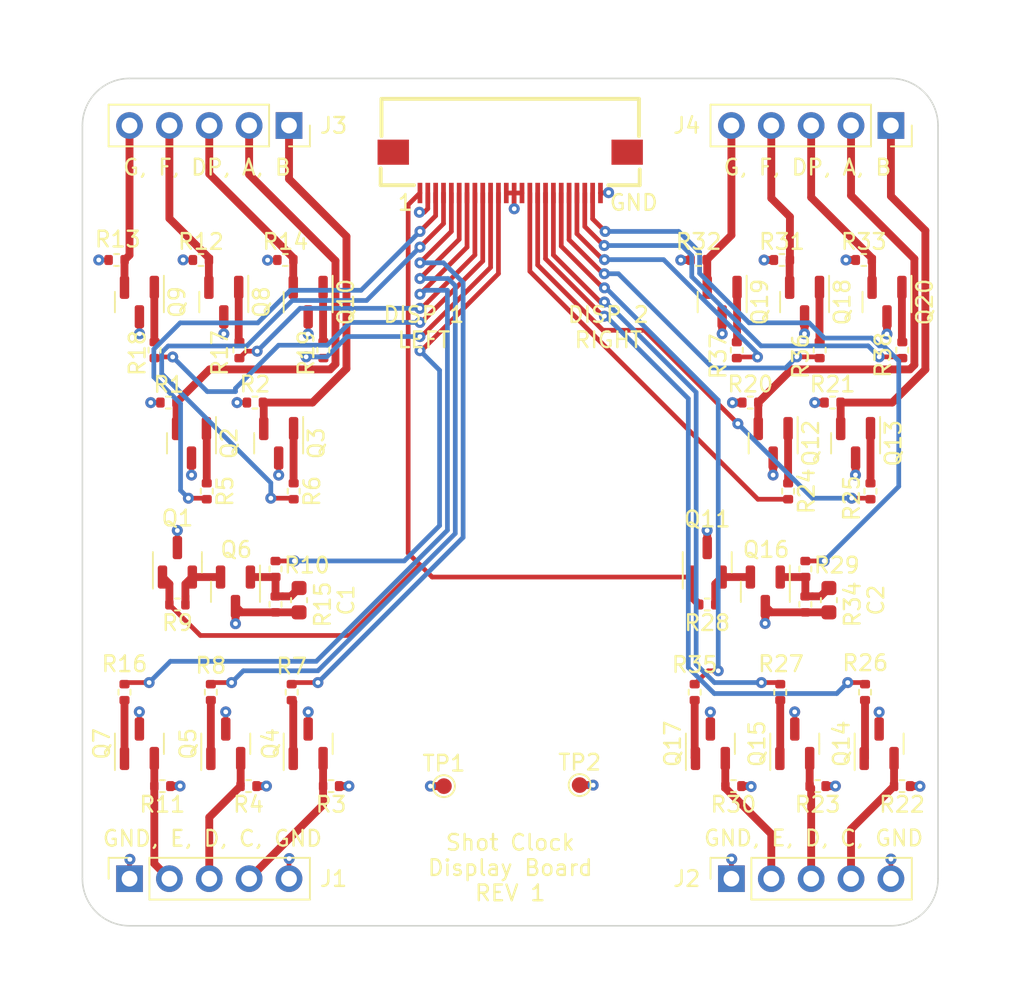
<source format=kicad_pcb>
(kicad_pcb (version 20221018) (generator pcbnew)
  (layers (0 "F.Cu" signal) (1 "In1.Cu" power "GND") (2 "In2.Cu" power "PWR") (31 "B.Cu" signal) (34 "B.Paste" user) (35 "F.Paste" user) (36 "B.SilkS" user "B.Silkscreen") (37 "F.SilkS" user "F.Silkscreen") (38 "B.Mask" user) (39 "F.Mask" user) (44 "Edge.Cuts" user))
  (net 0 "")
  (net 1 "+5V")
  (net 2 "GND")
  (net 3 "Net-(Q6-B)")
  (net 4 "/LED Driving Transistors/IN_DISP1_SEG_A")
  (net 5 "/LED Driving Transistors/IN_DISP1_SEG_B")
  (net 6 "/LED Driving Transistors/IN_DISP1_SEG_C")
  (net 7 "/LED Driving Transistors/IN_DISP1_SEG_D")
  (net 8 "/LED Driving Transistors/IN_DISP1_SEG_E")
  (net 9 "/LED Driving Transistors/IN_DISP1_SEG_F")
  (net 10 "/LED Driving Transistors/IN_DISP1_SEG_G")
  (net 11 "/LED Driving Transistors/IN_DISP1_SEG_DP")
  (net 12 "/LED Driving Transistors/IN_DISP2_SEG_A")
  (net 13 "/LED Driving Transistors/IN_DISP2_SEG_B")
  (net 14 "/LED Driving Transistors/IN_DISP2_SEG_C")
  (net 15 "/LED Driving Transistors/IN_DISP2_SEG_D")
  (net 16 "/LED Driving Transistors/IN_DISP2_SEG_E")
  (net 17 "/LED Driving Transistors/IN_DISP2_SEG_F")
  (net 18 "/LED Driving Transistors/IN_DISP2_SEG_G")
  (net 19 "/LED Driving Transistors/IN_DISP2_SEG_DP")
  (net 20 "/LED Driving Transistors/TIM2_CH1_PWM1_SEG")
  (net 21 "/LED Driving Transistors/TIM2_CH2_PWM2_SEG")
  (net 22 "/LED Driving Transistors/OUT_DISP1_SEG_A")
  (net 23 "Net-(Q4-B)")
  (net 24 "/LED Driving Transistors/PWM1_5V")
  (net 25 "/LED Driving Transistors/OUT_DISP2_SEG_E")
  (net 26 "/LED Driving Transistors/OUT_DISP1_SEG_D")
  (net 27 "/LED Driving Transistors/OUT_DISP1_SEG_C")
  (net 28 "/LED Driving Transistors/OUT_DISP1_SEG_B")
  (net 29 "/LED Driving Transistors/OUT_DISP1_SEG_DP")
  (net 30 "/LED Driving Transistors/OUT_DISP1_SEG_F")
  (net 31 "/LED Driving Transistors/OUT_DISP1_SEG_G")
  (net 32 "/LED Driving Transistors/OUT_DISP1_SEG_E")
  (net 33 "/LED Driving Transistors/OUT_DISP2_SEG_D")
  (net 34 "/LED Driving Transistors/OUT_DISP2_SEG_C")
  (net 35 "/LED Driving Transistors/OUT_DISP2_SEG_B")
  (net 36 "/LED Driving Transistors/OUT_DISP2_SEG_A")
  (net 37 "/LED Driving Transistors/OUT_DISP2_SEG_DP")
  (net 38 "/LED Driving Transistors/OUT_DISP2_SEG_F")
  (net 39 "/LED Driving Transistors/OUT_DISP2_SEG_G")
  (net 40 "Net-(Q2-B)")
  (net 41 "Net-(Q3-B)")
  (net 42 "Net-(Q7-B)")
  (net 43 "Net-(Q8-B)")
  (net 44 "Net-(Q9-B)")
  (net 45 "Net-(Q10-B)")
  (net 46 "/LED Driving Transistors/PWM2_5V")
  (net 47 "Net-(Q13-B)")
  (net 48 "Net-(Q14-B)")
  (net 50 "Net-(Q16-B)")
  (net 51 "Net-(Q17-B)")
  (net 52 "Net-(Q18-B)")
  (net 53 "Net-(Q19-B)")
  (net 54 "Net-(Q20-B)")
  (net 56 "Net-(Q12-B)")
  (net 57 "Net-(Q1-G)")
  (net 58 "Net-(Q5-B)")
  (net 59 "Net-(Q11-G)")
  (net 60 "Net-(Q15-B)")
  (footprint "Package_TO_SOT_SMD:SOT-23" (layer "F.Cu") (at 34.38 67.4005 90)
    (fp_text reference "Q5")
    (fp_text value "Q_NPN_BCE")
  )
  (footprint "Package_TO_SOT_SMD:SOT-23" (layer "F.Cu") (at 37.75 48.25 -90)
    (fp_text reference "Q3")
    (fp_text value "Q_NPN_BCE")
  )
  (footprint "Package_TO_SOT_SMD:SOT-23" (layer "F.Cu") (at 28.88 67.4005 90)
    (fp_text reference "Q7")
    (fp_text value "Q_NPN_BCE")
  )
  (footprint "Resistor_SMD:R_0402_1005Metric" (layer "F.Cu") (at 69.7 64.113 90)
    (fp_text reference "R27")
    (fp_text value "10k")
  )
  (footprint "Resistor_SMD:R_0402_1005Metric" (layer "F.Cu") (at 27.428686 36.569017)
    (fp_text reference "R13")
    (fp_text value "100R")
  )
  (footprint "Resistor_SMD:R_0402_1005Metric" (layer "F.Cu") (at 36.239189 45.655595)
    (fp_text reference "R2")
    (fp_text value "100R")
  )
  (footprint "Resistor_SMD:R_0402_1005Metric" (layer "F.Cu") (at 64.5 36.569017)
    (fp_text reference "R32")
    (fp_text value "100R")
  )
  (footprint "Resistor_SMD:R_0402_1005Metric" (layer "F.Cu") (at 72.210703 42.312812 -90)
    (fp_text reference "R36")
    (fp_text value "10k")
  )
  (footprint "Resistor_SMD:R_0402_1005Metric" (layer "F.Cu") (at 67.793489 45.655595)
    (fp_text reference "R20")
    (fp_text value "100R")
  )
  (footprint "Resistor_SMD:R_0402_1005Metric" (layer "F.Cu") (at 66.933818 42.312812 -90)
    (fp_text reference "R37")
    (fp_text value "10k")
  )
  (footprint "Resistor_SMD:R_0402_1005Metric" (layer "F.Cu") (at 75.1 64.113 90)
    (fp_text reference "R26")
    (fp_text value "10k")
  )
  (footprint "Resistor_SMD:R_0402_1005Metric" (layer "F.Cu") (at 71.3 56.265 90)
    (fp_text reference "R29")
    (fp_text value "1k")
  )
  (footprint "Resistor_SMD:R_0402_1005Metric" (layer "F.Cu") (at 75.447732 51.306124 -90)
    (fp_text reference "R25")
    (fp_text value "10k")
  )
  (footprint "Package_TO_SOT_SMD:SOT-23" (layer "F.Cu") (at 76 67.4005 90)
    (fp_text reference "Q14")
    (fp_text value "Q_NPN_BCE")
  )
  (footprint "Resistor_SMD:R_0402_1005Metric" (layer "F.Cu") (at 32.79969 36.569017)
    (fp_text reference "R12")
    (fp_text value "100R")
  )
  (footprint "Capacitor_SMD:C_0603_1608Metric" (layer "F.Cu") (at 39.05 58.25 -90)
    (fp_text reference "C1")
    (fp_text value "10n")
  )
  (footprint "Connector_PinSocket_2.54mm:PinSocket_1x05_P2.54mm_Vertical" (layer "F.Cu") (at 28.25 76 90)
    (fp_text reference "J1")
    (fp_text value "Conn_01x05_Socket")
  )
  (footprint "Package_TO_SOT_SMD:SOT-23" (layer "F.Cu") (at 68.75 57.7125 -90)
    (fp_text reference "Q16")
    (fp_text value "Q_NPN_BCE")
  )
  (footprint "Package_TO_SOT_SMD:SOT-23" (layer "F.Cu") (at 31.3 55.8375 90)
    (fp_text reference "Q1")
    (fp_text value "Q_PMOS_SGD")
  )
  (footprint "Resistor_SMD:R_0402_1005Metric" (layer "F.Cu") (at 41.09 70.098932 180)
    (fp_text reference "R3")
    (fp_text value "100R")
  )
  (footprint "Resistor_SMD:R_0402_1005Metric" (layer "F.Cu") (at 69.806855 36.569017)
    (fp_text reference "R31")
    (fp_text value "100R")
  )
  (footprint "Connector_PinSocket_2.54mm:PinSocket_1x05_P2.54mm_Vertical" (layer "F.Cu") (at 28.25 28 -90)
    (fp_text reference "J3")
    (fp_text value "Conn_01x05_Socket")
  )
  (footprint "Resistor_SMD:R_0402_1005Metric" (layer "F.Cu") (at 38.58 64.113 90)
    (fp_text reference "R7")
    (fp_text value "10k")
  )
  (footprint "Package_TO_SOT_SMD:SOT-23" (layer "F.Cu") (at 39.63 39.25 -90)
    (fp_text reference "Q10")
    (fp_text value "Q_NPN_BCE")
  )
  (footprint "Resistor_SMD:R_0402_1005Metric" (layer "F.Cu") (at 30.34 70.098932 180)
    (fp_text reference "R11")
    (fp_text value "100R")
  )
  (footprint "Package_TO_SOT_SMD:SOT-23" (layer "F.Cu") (at 71.25 39.25 -90)
    (fp_text reference "Q18")
    (fp_text value "Q_NPN_BCE")
  )
  (footprint "TestPoint:TestPoint_Pad_D1.0mm" (layer "F.Cu") (at 56.924055 70.033248)
    (fp_text reference "TP2")
    (fp_text value "TestPoint")
  )
  (footprint "Resistor_SMD:R_0402_1005Metric" (layer "F.Cu") (at 31.3 58.525 180)
    (fp_text reference "R9")
    (fp_text value "100k")
  )
  (footprint "Resistor_SMD:R_0402_1005Metric" (layer "F.Cu") (at 35.83 70.098932 180)
    (fp_text reference "R4")
    (fp_text value "100R")
  )
  (footprint "Package_TO_SOT_SMD:SOT-23" (layer "F.Cu") (at 69.25 48.25 -90)
    (fp_text reference "Q12")
    (fp_text value "Q_NPN_BCE")
  )
  (footprint "Resistor_SMD:R_0402_1005Metric" (layer "F.Cu") (at 38.706209 51.306124 -90)
    (fp_text reference "R6")
    (fp_text value "10k")
  )
  (footprint "Resistor_SMD:R_0402_1005Metric" (layer "F.Cu") (at 30.727513 45.655595)
    (fp_text reference "R1")
    (fp_text value "100R")
  )
  (footprint "Resistor_SMD:R_0402_1005Metric" (layer "F.Cu") (at 77.458824 70.098932 180)
    (fp_text reference "R22")
    (fp_text value "100R")
  )
  (footprint "Resistor_SMD:R_0402_1005Metric" (layer "F.Cu") (at 77.474333 42.312812 -90)
    (fp_text reference "R38")
    (fp_text value "10k")
  )
  (footprint "Capacitor_SMD:C_0603_1608Metric" (layer "F.Cu") (at 72.8 58.25 -90)
    (fp_text reference "C2")
    (fp_text value "10n")
  )
  (footprint "Resistor_SMD:R_0402_1005Metric" (layer "F.Cu") (at 35.25 42.312812 -90)
    (fp_text reference "R17")
    (fp_text value "10k")
  )
  (footprint "Resistor_SMD:R_0402_1005Metric" (layer "F.Cu") (at 64.25 64.113 90)
    (fp_text reference "R35")
    (fp_text value "10k")
  )
  (footprint "Package_TO_SOT_SMD:SOT-23" (layer "F.Cu") (at 39.63 67.4005 90)
    (fp_text reference "Q4")
    (fp_text value "Q_NPN_BCE")
  )
  (footprint "Package_TO_SOT_SMD:SOT-23" (layer "F.Cu") (at 65.05 55.8375 90)
    (fp_text reference "Q11")
    (fp_text value "Q_PMOS_SGD")
  )
  (footprint "AFC01-S24FCA-00:FPC-SMD_P0.50-24P_FGS-XJ-H2.0" (layer "F.Cu") (at 52.5 31)
    (fp_text reference "FPC1" hide)
    (fp_text value "AFC01-S24FCA-00")
  )
  (footprint "Package_TO_SOT_SMD:SOT-23" (layer "F.Cu") (at 34.255 39.25 -90)
    (fp_text reference "Q8")
    (fp_text value "Q_NPN_BCE")
  )
  (footprint "Connector_PinSocket_2.54mm:PinSocket_1x05_P2.54mm_Vertical" (layer "F.Cu") (at 76.75 76 90)
    (fp_text reference "J2")
    (fp_text value "Conn_01x05_Socket")
  )
  (footprint "Resistor_SMD:R_0402_1005Metric" (layer "F.Cu") (at 65.05 58.525 180)
    (fp_text reference "R28")
    (fp_text value "100k")
  )
  (footprint "Resistor_SMD:R_0402_1005Metric" (layer "F.Cu") (at 38.177967 36.569017)
    (fp_text reference "R14")
    (fp_text value "100R")
  )
  (footprint "Resistor_SMD:R_0402_1005Metric" (layer "F.Cu") (at 40.599251 42.312812 -90)
    (fp_text reference "R19")
    (fp_text value "10k")
  )
  (footprint "Resistor_SMD:R_0402_1005Metric" (layer "F.Cu") (at 33.43 64.113 90)
    (fp_text reference "R8")
    (fp_text value "10k")
  )
  (footprint "Resistor_SMD:R_0402_1005Metric" (layer "F.Cu") (at 72.081109 70.098932 180)
    (fp_text reference "R23")
    (fp_text value "100R")
  )
  (footprint "Resistor_SMD:R_0402_1005Metric" (layer "F.Cu") (at 73.033214 45.655595)
    (fp_text reference "R21")
    (fp_text value "100R")
  )
  (footprint "Resistor_SMD:R_0402_1005Metric" (layer "F.Cu") (at 70.202797 51.306124 -90)
    (fp_text reference "R24")
    (fp_text value "10k")
  )
  (footprint "Package_TO_SOT_SMD:SOT-23" (layer "F.Cu") (at 35 57.7125 -90)
    (fp_text reference "Q6")
    (fp_text value "Q_NPN_BCE")
  )
  (footprint "Resistor_SMD:R_0402_1005Metric" (layer "F.Cu") (at 71.3 58.515 90)
    (fp_text reference "R34")
    (fp_text value "10k")
  )
  (footprint "Package_TO_SOT_SMD:SOT-23" (layer "F.Cu") (at 66 39.25 -90)
    (fp_text reference "Q19")
    (fp_text value "Q_NPN_BCE")
  )
  (footprint "Package_TO_SOT_SMD:SOT-23" (layer "F.Cu") (at 70.625 67.4005 90)
    (fp_text reference "Q15")
    (fp_text value "Q_NPN_BCE")
  )
  (footprint "Connector_PinSocket_2.54mm:PinSocket_1x05_P2.54mm_Vertical" (layer "F.Cu") (at 76.75 28 -90)
    (fp_text reference "J4")
    (fp_text value "Conn_01x05_Socket")
  )
  (footprint "Package_TO_SOT_SMD:SOT-23" (layer "F.Cu") (at 28.88 39.25 -90)
    (fp_text reference "Q9")
    (fp_text value "Q_NPN_BCE")
  )
  (footprint "Package_TO_SOT_SMD:SOT-23" (layer "F.Cu") (at 32.197966 48.25 -90)
    (fp_text reference "Q2")
    (fp_text value "Q_NPN_BCE")
  )
  (footprint "Package_TO_SOT_SMD:SOT-23" (layer "F.Cu") (at 65.25 67.4005 90)
    (fp_text reference "Q17")
    (fp_text value "Q_NPN_BCE")
  )
  (footprint "TestPoint:TestPoint_Pad_D1.0mm" (layer "F.Cu") (at 48.277478 70.100632)
    (fp_text reference "TP1")
    (fp_text value "TestPoint")
  )
  (footprint "Resistor_SMD:R_0402_1005Metric" (layer "F.Cu") (at 29.845506 42.312812 -90)
    (fp_text reference "R18")
    (fp_text value "10k")
  )
  (footprint "Resistor_SMD:R_0402_1005Metric" (layer "F.Cu") (at 75.022692 36.569017)
    (fp_text reference "R33")
    (fp_text value "100R")
  )
  (footprint "Resistor_SMD:R_0402_1005Metric" (layer "F.Cu") (at 37.55 58.515 90)
    (fp_text reference "R15")
    (fp_text value "10k")
  )
  (footprint "Resistor_SMD:R_0402_1005Metric" (layer "F.Cu") (at 33.168955 51.306124 -90)
    (fp_text reference "R5")
    (fp_text value "10k")
  )
  (footprint "Package_TO_SOT_SMD:SOT-23" (layer "F.Cu") (at 74.5 48.25 -90)
    (fp_text reference "Q13")
    (fp_text value "Q_NPN_BCE")
  )
  (footprint "Package_TO_SOT_SMD:SOT-23" (layer "F.Cu") (at 76.5 39.25 -90)
    (fp_text reference "Q20")
    (fp_text value "Q_NPN_BCE")
  )
  (footprint "Resistor_SMD:R_0402_1005Metric" (layer "F.Cu") (at 37.55 56.265 90)
    (fp_text reference "R10")
    (fp_text value "1k")
  )
  (footprint "Resistor_SMD:R_0402_1005Metric" (layer "F.Cu") (at 27.93 64.113 90)
    (fp_text reference "R16")
    (fp_text value "10k")
  )
  (footprint "Resistor_SMD:R_0402_1005Metric" (layer "F.Cu") (at 66.717934 70.098932 180)
    (fp_text reference "R30")
    (fp_text value "100R")
  )
  (gr_arc (start 28.25 79) (mid 26.12868 78.12132) (end 25.25 76) (stroke (width 0.1)) (layer "Edge.Cuts"))
  (gr_line (start 25.25 76) (end 25.25 28) (stroke (width 0.1)) (layer "Edge.Cuts"))
  (gr_arc (start 79.75 76) (mid 78.87132 78.12132) (end 76.75 79) (stroke (width 0.1)) (layer "Edge.Cuts"))
  (gr_line (start 79.75 28) (end 79.75 76) (stroke (width 0.1)) (layer "Edge.Cuts"))
  (gr_line (start 76.75 79) (end 28.25 79) (stroke (width 0.1)) (layer "Edge.Cuts"))
  (gr_line (start 28.25 25) (end 76.75 25) (stroke (width 0.1)) (layer "Edge.Cuts"))
  (gr_arc (start 76.75 25) (mid 78.87132 25.87868) (end 79.75 28) (stroke (width 0.1)) (layer "Edge.Cuts"))
  (gr_arc (start 25.25 28) (mid 26.12868 25.87868) (end 28.25 25) (stroke (width 0.1)) (layer "Edge.Cuts"))
  (gr_text "1" (at 45.25 33.5) (layer "F.SilkS") (effects (font (size 1 1)) (justify left bottom)))
  (gr_text "GND, E, D, C, GND" (at 64.75 74) (layer "F.SilkS") (effects (font (size 1 1)) (justify left bottom)))
  (gr_text "GND" (at 58.75 33.5) (layer "F.SilkS") (effects (font (size 1 1)) (justify left bottom)))
  (gr_text "DISP 2\nRIGHT" (at 58.75 42.25) (layer "F.SilkS") (effects (font (size 1 1)) (justify bottom)))
  (gr_text "DISP 1\nLEFT" (at 47 42.25) (layer "F.SilkS") (effects (font (size 1 1)) (justify bottom)))
  (gr_text "Shot Clock\nDisplay Board\nREV 1" (at 52.5 77.5) (layer "F.SilkS") (effects (font (size 1 1)) (justify bottom)))
  (gr_text "GND, E, D, C, GND" (at 26.456394 74.021802) (layer "F.SilkS") (effects (font (size 1 1)) (justify left bottom)))
  (gr_text "G, F, DP, A, B" (at 66 31.25) (layer "F.SilkS") (effects (font (size 1 1)) (justify left bottom)))
  (gr_text "G, F, DP, A, B" (at 27.75 31.25) (layer "F.SilkS") (effects (font (size 1 1)) (justify left bottom)))
  (segment (start 46.75 32.3) (end 46 33.05) (width 0.3) (layer "F.Cu") (net 1))
  (segment (start 64.1 58.085) (end 64.54 58.525) (width 0.5) (layer "F.Cu") (net 1))
  (segment (start 30.79 58.525) (end 30.79 57.215) (width 0.5) (layer "F.Cu") (net 1))
  (segment (start 42.25 60.5) (end 32.765 60.5) (width 0.3) (layer "F.Cu") (net 1))
  (segment (start 64.1 56.775) (end 47.525 56.775) (width 0.3) (layer "F.Cu") (net 1))
  (segment (start 32.765 60.5) (end 30.79 58.525) (width 0.3) (layer "F.Cu") (net 1))
  (segment (start 30.79 57.215) (end 30.35 56.775) (width 0.5) (layer "F.Cu") (net 1))
  (segment (start 46 55.25) (end 46.75 56) (width 0.3) (layer "F.Cu") (net 1))
  (segment (start 46 33.05) (end 46 55.25) (width 0.3) (layer "F.Cu") (net 1))
  (segment (start 47.525 56.775) (end 46.75 56) (width 0.3) (layer "F.Cu") (net 1))
  (segment (start 64.1 56.775) (end 64.1 58.085) (width 0.5) (layer "F.Cu") (net 1))
  (segment (start 46.75 56) (end 42.25 60.5) (width 0.3) (layer "F.Cu") (net 1))
  (segment (start 70.625 66.463) (end 70.625 65.371999) (width 0.3) (layer "F.Cu") (net 2))
  (segment (start 52.75 33.298827) (end 52.75569 33.304517) (width 0.3) (layer "F.Cu") (net 2))
  (segment (start 70.625 65.371999) (end 70.621011 65.36801) (width 0.3) (layer "F.Cu") (net 2))
  (segment (start 37.75 50.277658) (end 37.750796 50.278454) (width 0.3) (layer "F.Cu") (net 2))
  (segment (start 52.25 32.3) (end 53.25 32.3) (width 0.3) (layer "F.Cu") (net 2))
  (segment (start 68.75 59.718693) (end 68.73699 59.731703) (width 0.5) (layer "F.Cu") (net 2))
  (segment (start 35 58.65) (end 35 59.75) (width 0.5) (layer "F.Cu") (net 2))
  (segment (start 58.25 32.3) (end 58.743135 32.3) (width 0.3) (layer "F.Cu") (net 2))
  (segment (start 28.88 66.463) (end 28.88 65.368467) (width 0.3) (layer "F.Cu") (net 2))
  (segment (start 34.255 41.275485) (end 34.257172 41.277657) (width 0.3) (layer "F.Cu") (net 2))
  (segment (start 69.25 50.269463) (end 69.245106 50.274357) (width 0.5) (layer "F.Cu") (net 2))
  (segment (start 34.38 65.369278) (end 34.378988 65.368266) (width 0.3) (layer "F.Cu") (net 2))
  (segment (start 35 58.65) (end 35.375 59.025) (width 0.5) (layer "F.Cu") (net 2))
  (segment (start 71.25 40.1875) (end 71.25 41.270142) (width 0.5) (layer "F.Cu") (net 2))
  (segment (start 28.88 40.1875) (end 28.88 41.266979) (width 0.3) (layer "F.Cu") (net 2))
  (segment (start 74.5 50.260758) (end 74.492092 50.268666) (width 0.5) (layer "F.Cu") (net 2))
  (segment (start 74.5 49.1875) (end 74.5 50.260758) (width 0.5) (layer "F.Cu") (net 2))
  (segment (start 76.5 41.28534) (end 76.498236 41.287104) (width 0.5) (layer "F.Cu") (net 2))
  (segment (start 39.63 41.282706) (end 39.629358 41.283348) (width 0.3) (layer "F.Cu") (net 2))
  (segment (start 76.5 40.1875) (end 76.5 41.28534) (width 0.5) (layer "F.Cu") (net 2))
  (segment (start 38.41 74.725942) (end 38.419928 74.716014) (width 0.3) (layer "F.Cu") (net 2))
  (segment (start 28.88 65.368467) (end 28.87535 65.363817) (width 0.3) (layer "F.Cu") (net 2))
  (segment (start 69.125 59.025) (end 71.3 59.025) (width 0.5) (layer "F.Cu") (net 2))
  (segment (start 38.41 76) (end 38.41 74.725942) (width 0.3) (layer "F.Cu") (net 2))
  (segment (start 39.63 40.1875) (end 39.63 41.282706) (width 0.3) (layer "F.Cu") (net 2))
  (segment (start 47.25 33.3) (end 47.023972 33.526028) (width 0.3) (layer "F.Cu") (net 2))
  (segment (start 68.75 58.65) (end 69.125 59.025) (width 0.5) (layer "F.Cu") (net 2))
  (segment (start 66.59 76) (end 66.59 74.767237) (width 0.3) (layer "F.Cu") (net 2))
  (segment (start 69.25 49.1875) (end 69.25 50.269463) (width 0.5) (layer "F.Cu") (net 2))
  (segment (start 71.25 41.270142) (end 71.246697 41.273445) (width 0.5) (layer "F.Cu") (net 2))
  (segment (start 34.38 66.463) (end 34.38 65.369278) (width 0.3) (layer "F.Cu") (net 2))
  (segment (start 37.75 49.1875) (end 37.75 50.277658) (width 0.3) (layer "F.Cu") (net 2))
  (segment (start 68.75 58.65) (end 68.75 59.718693) (width 0.5) (layer "F.Cu") (net 2))
  (segment (start 52.75 32.3) (end 52.75 33.298827) (width 0.3) (layer "F.Cu") (net 2))
  (segment (start 39.63 66.463) (end 39.63 65.372999) (width 0.3) (layer "F.Cu") (net 2))
  (segment (start 28.25 76) (end 28.25 74.792183) (width 0.3) (layer "F.Cu") (net 2))
  (segment (start 66.59 74.767237) (end 66.608392 74.748845) (width 0.3) (layer "F.Cu") (net 2))
  (segment (start 28.25 74.792183) (end 28.275191 74.766992) (width 0.3) (layer "F.Cu") (net 2))
  (segment (start 76 66.463) (end 76 65.380415) (width 0.3) (layer "F.Cu") (net 2))
  (segment (start 39.63 65.372999) (end 39.632244 65.370755) (width 0.3) (layer "F.Cu") (net 2))
  (segment (start 47.25 32.3) (end 47.25 33.3) (width 0.3) (layer "F.Cu") (net 2))
  (segment (start 32.197966 49.1875) (end 32.197966 50.274226) (width 0.3) (layer "F.Cu") (net 2))
  (segment (start 32.197966 50.274226) (end 32.202194 50.278454) (width 0.3) (layer "F.Cu") (net 2))
  (segment (start 34.255 40.1875) (end 34.255 41.275485) (width 0.3) (layer "F.Cu") (net 2))
  (segment (start 65.25 66.463) (end 65.25 65.380416) (width 0.3) (layer "F.Cu") (net 2))
  (segment (start 66 41.265367) (end 66.00381 41.269177) (width 0.5) (layer "F.Cu") (net 2))
  (segment (start 65.25 65.380416) (end 65.247072 65.377488) (width 0.3) (layer "F.Cu") (net 2))
  (segment (start 47.023972 33.526028) (end 46.714396 33.526028) (width 0.3) (layer "F.Cu") (net 2))
  (segment (start 37.55 59.025) (end 39.05 59.025) (width 0.5) (layer "F.Cu") (net 2))
  (segment (start 35.375 59.025) (end 37.55 59.025) (width 0.5) (layer "F.Cu") (net 2))
  (segment (start 58.25 32.3) (end 58.55 32.3) (width 0.3) (layer "F.Cu") (net 2))
  (segment (start 72.8 59.025) (end 71.3 59.025) (width 0.5) (layer "F.Cu") (net 2))
  (segment (start 58.743135 32.3) (end 58.767072 32.276063) (width 0.3) (layer "F.Cu") (net 2))
  (segment (start 76.75 76) (end 76.75 74.75) (width 0.3) (layer "F.Cu") (net 2))
  (segment (start 66 40.1875) (end 66 41.265367) (width 0.5) (layer "F.Cu") (net 2))
  (segment (start 28.88 41.266979) (end 28.884987 41.271966) (width 0.3) (layer "F.Cu") (net 2))
  (via (at 70.621011 65.36801) (size 0.7) (drill 0.3) (layers "F.Cu" "B.Cu") (net 2))
  (via (at 34.257172 41.277657) (size 0.7) (drill 0.3) (layers "F.Cu" "B.Cu") (net 2))
  (via (at 74.492092 50.268666) (size 0.7) (drill 0.3) (layers "F.Cu" "B.Cu") (net 2))
  (via (at 52.75569 33.304517) (size 0.7) (drill 0.3) (layers "F.Cu" "B.Cu") (net 2))
  (via (at 39.629358 41.283348) (size 0.7) (drill 0.3) (layers "F.Cu" "B.Cu") (net 2))
  (via (at 58.767072 32.276063) (size 0.7) (drill 0.3) (layers "F.Cu" "B.Cu") (net 2))
  (via (at 28.884987 41.271966) (size 0.7) (drill 0.3) (layers "F.Cu" "B.Cu") (net 2))
  (via (at 46.714396 33.526028) (size 0.7) (drill 0.3) (layers "F.Cu" "B.Cu") (net 2))
  (via (at 35 59.75) (size 0.7) (drill 0.3) (layers "F.Cu" "B.Cu") (net 2))
  (via (at 32.202194 50.278454) (size 0.7) (drill 0.3) (layers "F.Cu" "B.Cu") (net 2))
  (via (at 39.632244 65.370755) (size 0.7) (drill 0.3) (layers "F.Cu" "B.Cu") (net 2))
  (via (at 28.87535 65.363817) (size 0.7) (drill 0.3) (layers "F.Cu" "B.Cu") (net 2))
  (via (at 37.750796 50.278454) (size 0.7) (drill 0.3) (layers "F.Cu" "B.Cu") (net 2))
  (via (at 66.608392 74.748845) (size 0.7) (drill 0.3) (layers "F.Cu" "B.Cu") (net 2))
  (via (at 65.247072 65.377488) (size 0.7) (drill 0.3) (layers "F.Cu" "B.Cu") (net 2))
  (via (at 76.75 74.75) (size 0.7) (drill 0.3) (layers "F.Cu" "B.Cu") (net 2))
  (via (at 76 65.380415) (size 0.7) (drill 0.3) (layers "F.Cu" "B.Cu") (net 2))
  (via (at 68.73699 59.731703) (size 0.7) (drill 0.3) (layers "F.Cu" "B.Cu") (net 2))
  (via (at 71.246697 41.273445) (size 0.7) (drill 0.3) (layers "F.Cu" "B.Cu") (net 2))
  (via (at 66.00381 41.269177) (size 0.7) (drill 0.3) (layers "F.Cu" "B.Cu") (net 2))
  (via (at 38.419928 74.716014) (size 0.7) (drill 0.3) (layers "F.Cu" "B.Cu") (net 2))
  (via (at 69.245106 50.274357) (size 0.7) (drill 0.3) (layers "F.Cu" "B.Cu") (net 2))
  (via (at 28.275191 74.766992) (size 0.7) (drill 0.3) (layers "F.Cu" "B.Cu") (net 2))
  (via (at 34.378988 65.368266) (size 0.7) (drill 0.3) (layers "F.Cu" "B.Cu") (net 2))
  (via (at 76.498236 41.287104) (size 0.7) (drill 0.3) (layers "F.Cu" "B.Cu") (net 2))
  (segment (start 38.52 58.005) (end 38 58.005) (width 0.5) (layer "F.Cu") (net 3))
  (segment (start 37.55 56.775) (end 37.55 58.005) (width 0.5) (layer "F.Cu") (net 3))
  (segment (start 37.55 56.775) (end 35.95 56.775) (width 0.5) (layer "F.Cu") (net 3))
  (segment (start 39.05 57.475) (end 38.52 58.005) (width 0.5) (layer "F.Cu") (net 3))
  (segment (start 37.55 58.005) (end 38 58.005) (width 0.5) (layer "F.Cu") (net 3))
  (segment (start 33.102831 51.75) (end 33.168955 51.816124) (width 0.3) (layer "F.Cu") (net 4))
  (segment (start 47.75 32.3) (end 47.75 33.75) (width 0.3) (layer "F.Cu") (net 4))
  (segment (start 32 51.75) (end 33.102831 51.75) (width 0.3) (layer "F.Cu") (net 4))
  (segment (start 47.75 33.75) (end 46.75 34.75) (width 0.3) (layer "F.Cu") (net 4))
  (via (at 32 51.75) (size 0.7) (drill 0.3) (layers "F.Cu" "B.Cu") (net 4))
  (via (at 46.75 34.75) (size 0.7) (drill 0.3) (layers "F.Cu" "B.Cu") (net 4))
  (segment (start 29.8 42.252944) (end 29.8 44.024715) (width 0.3) (layer "B.Cu") (net 4))
  (segment (start 29.8 44.024715) (end 31.502194 45.726909) (width 0.3) (layer "B.Cu") (net 4))
  (segment (start 36.422343 40.577657) (end 31.475287 40.577657) (width 0.3) (layer "B.Cu") (net 4))
  (segment (start 31.502194 45.726909) (end 31.502194 51.252194) (width 0.3) (layer "B.Cu") (net 4))
  (segment (start 31.475287 40.577657) (end 29.8 42.252944) (width 0.3) (layer "B.Cu") (net 4))
  (segment (start 43 38.5) (end 38.5 38.5) (width 0.3) (layer "B.Cu") (net 4))
  (segment (start 46.75 34.75) (end 43 38.5) (width 0.3) (layer "B.Cu") (net 4))
  (segment (start 38.5 38.5) (end 36.422343 40.577657) (width 0.3) (layer "B.Cu") (net 4))
  (segment (start 31.502194 51.252194) (end 32 51.75) (width 0.3) (layer "B.Cu") (net 4))
  (segment (start 38.640085 51.75) (end 38.706209 51.816124) (width 0.3) (layer "F.Cu") (net 5))
  (segment (start 48.25 34.25) (end 46.75 35.75) (width 0.3) (layer "F.Cu") (net 5))
  (segment (start 48.25 32.3) (end 48.25 34.25) (width 0.3) (layer "F.Cu") (net 5))
  (segment (start 37.25 51.75) (end 38.640085 51.75) (width 0.3) (layer "F.Cu") (net 5))
  (via (at 37.25 51.75) (size 0.7) (drill 0.3) (layers "F.Cu" "B.Cu") (net 5))
  (via (at 46.75 35.75) (size 0.7) (drill 0.3) (layers "F.Cu" "B.Cu") (net 5))
  (segment (start 37.25 50.767608) (end 30.3 43.817608) (width 0.3) (layer "B.Cu") (net 5))
  (segment (start 37.25 51.75) (end 37.25 50.767608) (width 0.3) (layer "B.Cu") (net 5))
  (segment (start 30.71005 42.05) (end 35.720806 42.05) (width 0.3) (layer "B.Cu") (net 5))
  (segment (start 38.621303 39.149503) (end 43.350497 39.149503) (width 0.3) (layer "B.Cu") (net 5))
  (segment (start 43.350497 39.149503) (end 46.75 35.75) (width 0.3) (layer "B.Cu") (net 5))
  (segment (start 30.3 43.817608) (end 30.3 42.46005) (width 0.3) (layer "B.Cu") (net 5))
  (segment (start 35.720806 42.05) (end 38.621303 39.149503) (width 0.3) (layer "B.Cu") (net 5))
  (segment (start 30.3 42.46005) (end 30.71005 42.05) (width 0.3) (layer "B.Cu") (net 5))
  (segment (start 38.683 63.5) (end 38.58 63.603) (width 0.3) (layer "F.Cu") (net 6))
  (segment (start 48.75 34.75) (end 46.75 36.75) (width 0.3) (layer "F.Cu") (net 6))
  (segment (start 40.25 63.5) (end 38.683 63.5) (width 0.3) (layer "F.Cu") (net 6))
  (segment (start 48.75 32.3) (end 48.75 34.75) (width 0.3) (layer "F.Cu") (net 6))
  (via (at 40.25 63.5) (size 0.7) (drill 0.3) (layers "F.Cu" "B.Cu") (net 6))
  (via (at 46.75 36.75) (size 0.7) (drill 0.3) (layers "F.Cu" "B.Cu") (net 6))
  (segment (start 49.5 54.25) (end 40.25 63.5) (width 0.3) (layer "B.Cu") (net 6))
  (segment (start 49.5 38) (end 49.5 54.25) (width 0.3) (layer "B.Cu") (net 6))
  (segment (start 48.25 36.75) (end 49.5 38) (width 0.3) (layer "B.Cu") (net 6))
  (segment (start 46.75 36.75) (end 48.25 36.75) (width 0.3) (layer "B.Cu") (net 6))
  (segment (start 34.75 63.5) (end 33.533 63.5) (width 0.3) (layer "F.Cu") (net 7))
  (segment (start 49.25 32.3) (end 49.25 35.25) (width 0.3) (layer "F.Cu") (net 7))
  (segment (start 33.533 63.5) (end 33.43 63.603) (width 0.3) (layer "F.Cu") (net 7))
  (segment (start 49.25 35.25) (end 46.75 37.75) (width 0.3) (layer "F.Cu") (net 7))
  (via (at 34.75 63.5) (size 0.7) (drill 0.3) (layers "F.Cu" "B.Cu") (net 7))
  (via (at 46.75 37.75) (size 0.7) (drill 0.3) (layers "F.Cu" "B.Cu") (net 7))
  (segment (start 40.25 62.75) (end 35.5 62.75) (width 0.3) (layer "B.Cu") (net 7))
  (segment (start 46.75 37.75) (end 48.542894 37.75) (width 0.3) (layer "B.Cu") (net 7))
  (segment (start 49 54) (end 40.25 62.75) (width 0.3) (layer "B.Cu") (net 7))
  (segment (start 35.5 62.75) (end 34.75 63.5) (width 0.3) (layer "B.Cu") (net 7))
  (segment (start 48.542894 37.75) (end 49 38.207106) (width 0.3) (layer "B.Cu") (net 7))
  (segment (start 49 38.207106) (end 49 54) (width 0.3) (layer "B.Cu") (net 7))
  (segment (start 49.75 32.3) (end 49.75 35.75) (width 0.3) (layer "F.Cu") (net 8))
  (segment (start 29.5 63.5) (end 28.033 63.5) (width 0.3) (layer "F.Cu") (net 8))
  (segment (start 28.033 63.5) (end 27.93 63.603) (width 0.3) (layer "F.Cu") (net 8))
  (segment (start 49.75 35.75) (end 46.75 38.75) (width 0.3) (layer "F.Cu") (net 8))
  (via (at 46.75 38.75) (size 0.7) (drill 0.3) (layers "F.Cu" "B.Cu") (net 8))
  (via (at 29.5 63.5) (size 0.7) (drill 0.3) (layers "F.Cu" "B.Cu") (net 8))
  (segment (start 47.090447 38.5) (end 48.5 38.5) (width 0.3) (layer "B.Cu") (net 8))
  (segment (start 46.840447 38.75) (end 47.090447 38.5) (width 0.3) (layer "B.Cu") (net 8))
  (segment (start 48.5 53.792894) (end 40.146447 62.146447) (width 0.3) (layer "B.Cu") (net 8))
  (segment (start 40.146447 62.146447) (end 30.853553 62.146447) (width 0.3) (layer "B.Cu") (net 8))
  (segment (start 30.853553 62.146447) (end 29.5 63.5) (width 0.3) (layer "B.Cu") (net 8))
  (segment (start 46.75 38.75) (end 46.840447 38.75) (width 0.3) (layer "B.Cu") (net 8))
  (segment (start 48.5 38.5) (end 48.5 53.792894) (width 0.3) (layer "B.Cu") (net 8))
  (segment (start 35.692434 42.380378) (end 35.25 42.822812) (width 0.3) (layer "F.Cu") (net 9))
  (segment (start 36.380378 42.380378) (end 35.692434 42.380378) (width 0.3) (layer "F.Cu") (net 9))
  (segment (start 50.25 32.3) (end 50.25 36.25) (width 0.3) (layer "F.Cu") (net 9))
  (segment (start 46.850497 39.649503) (end 46.75 39.649503) (width 0.3) (layer "F.Cu") (net 9))
  (segment (start 50.25 36.25) (end 46.850497 39.649503) (width 0.3) (layer "F.Cu") (net 9))
  (via (at 46.75 39.649503) (size 0.7) (drill 0.3) (layers "F.Cu" "B.Cu") (net 9))
  (via (at 36.380378 42.380378) (size 0.7) (drill 0.3) (layers "F.Cu" "B.Cu") (net 9))
  (segment (start 39.111253 39.649503) (end 36.380378 42.380378) (width 0.3) (layer "B.Cu") (net 9))
  (segment (start 46.75 39.649503) (end 39.111253 39.649503) (width 0.3) (layer "B.Cu") (net 9))
  (segment (start 50.75 32.3) (end 50.75 36.639453) (width 0.3) (layer "F.Cu") (net 10))
  (segment (start 50.75 36.639453) (end 46.840447 40.549006) (width 0.3) (layer "F.Cu") (net 10))
  (segment (start 46.840447 40.549006) (end 46.75 40.549006) (width 0.3) (layer "F.Cu") (net 10))
  (segment (start 31 42.75) (end 29.918318 42.75) (width 0.3) (layer "F.Cu") (net 10))
  (segment (start 29.918318 42.75) (end 29.845506 42.822812) (width 0.3) (layer "F.Cu") (net 10))
  (via (at 31 42.75) (size 0.7) (drill 0.3) (layers "F.Cu" "B.Cu") (net 10))
  (via (at 46.75 40.549006) (size 0.7) (drill 0.3) (layers "F.Cu" "B.Cu") (net 10))
  (segment (start 42.297018 40.549006) (end 40.846024 42) (width 0.3) (layer "B.Cu") (net 10))
  (segment (start 46.75 40.549006) (end 42.297018 40.549006) (width 0.3) (layer "B.Cu") (net 10))
  (segment (start 40.846024 42) (end 37.75 42) (width 0.3) (layer "B.Cu") (net 10))
  (segment (start 35 44.955588) (end 33.205588 44.955588) (width 0.3) (layer "B.Cu") (net 10))
  (segment (start 35 44.75) (end 35 44.955588) (width 0.3) (layer "B.Cu") (net 10))
  (segment (start 37.75 42) (end 35 44.75) (width 0.3) (layer "B.Cu") (net 10))
  (segment (start 33.205588 44.955588) (end 31 42.75) (width 0.3) (layer "B.Cu") (net 10))
  (segment (start 40.519751 42.743312) (end 40.599251 42.822812) (width 0.3) (layer "F.Cu") (net 11))
  (segment (start 46.840447 41.448509) (end 46.75 41.448509) (width 0.3) (layer "F.Cu") (net 11))
  (segment (start 51.25 37.038956) (end 46.840447 41.448509) (width 0.3) (layer "F.Cu") (net 11))
  (segment (start 51.25 32.3) (end 51.25 37.038956) (width 0.3) (layer "F.Cu") (net 11))
  (segment (start 39.5 42.743312) (end 40.519751 42.743312) (width 0.3) (layer "F.Cu") (net 11))
  (via (at 46.75 41.448509) (size 0.7) (drill 0.3) (layers "F.Cu" "B.Cu") (net 11))
  (via (at 39.5 42.743312) (size 0.7) (drill 0.3) (layers "F.Cu" "B.Cu") (net 11))
  (segment (start 46.75 41.448509) (end 42.104621 41.448509) (width 0.3) (layer "B.Cu") (net 11))
  (segment (start 42.104621 41.448509) (end 40.809818 42.743312) (width 0.3) (layer "B.Cu") (net 11))
  (segment (start 40.809818 42.743312) (end 39.5 42.743312) (width 0.3) (layer "B.Cu") (net 11))
  (segment (start 53.75 32.3) (end 53.75 37.288956) (width 0.3) (layer "F.Cu") (net 12))
  (segment (start 68.277168 51.816124) (end 70.202797 51.816124) (width 0.3) (layer "F.Cu") (net 12))
  (segment (start 53.75 37.288956) (end 68.277168 51.816124) (width 0.3) (layer "F.Cu") (net 12))
  (segment (start 61.049006 41.049006) (end 67 47) (width 0.3) (layer "F.Cu") (net 13))
  (segment (start 58.5 41.049006) (end 61.049006 41.049006) (width 0.3) (layer "F.Cu") (net 13))
  (segment (start 58.409553 41.049006) (end 58.5 41.049006) (width 0.3) (layer "F.Cu") (net 13))
  (segment (start 54.25 36.889453) (end 58.409553 41.049006) (width 0.3) (layer "F.Cu") (net 13))
  (segment (start 74.25 51.75) (end 75.381608 51.75) (width 0.3) (layer "F.Cu") (net 13))
  (segment (start 54.25 32.3) (end 54.25 36.889453) (width 0.3) (layer "F.Cu") (net 13))
  (segment (start 75.381608 51.75) (end 75.447732 51.816124) (width 0.3) (layer "F.Cu") (net 13))
  (via (at 67 47) (size 0.7) (drill 0.3) (layers "F.Cu" "B.Cu") (net 13))
  (via (at 74.25 51.75) (size 0.7) (drill 0.3) (layers "F.Cu" "B.Cu") (net 13))
  (segment (start 67 47) (end 71.75 51.75) (width 0.3) (layer "B.Cu") (net 13))
  (segment (start 71.75 51.75) (end 74.25 51.75) (width 0.3) (layer "B.Cu") (net 13))
  (segment (start 54.75 36.48995) (end 58.409553 40.149503) (width 0.3) (layer "F.Cu") (net 14))
  (segment (start 74.997 63.5) (end 75.1 63.603) (width 0.3) (layer "F.Cu") (net 14))
  (segment (start 54.75 32.3) (end 54.75 36.48995) (width 0.3) (layer "F.Cu") (net 14))
  (segment (start 58.409553 40.149503) (end 58.5 40.149503) (width 0.3) (layer "F.Cu") (net 14))
  (segment (start 74 63.5) (end 74.997 63.5) (width 0.3) (layer "F.Cu") (net 14))
  (via (at 58.5 40.149503) (size 0.7) (drill 0.3) (layers "F.Cu" "B.Cu") (net 14))
  (via (at 74 63.5) (size 0.7) (drill 0.3) (layers "F.Cu" "B.Cu") (net 14))
  (segment (start 65.502944 64.2) (end 73.3 64.2) (width 0.3) (layer "B.Cu") (net 14))
  (segment (start 63.843453 45.402509) (end 63.843453 62.540509) (width 0.3) (layer "B.Cu") (net 14))
  (segment (start 63.843453 62.540509) (end 65.502944 64.2) (width 0.3) (layer "B.Cu") (net 14))
  (segment (start 58.5 40.149503) (end 58.590447 40.149503) (width 0.3) (layer "B.Cu") (net 14))
  (segment (start 58.590447 40.149503) (end 63.843453 45.402509) (width 0.3) (layer "B.Cu") (net 14))
  (segment (start 73.3 64.2) (end 74 63.5) (width 0.3) (layer "B.Cu") (net 14))
  (segment (start 55.25 36.25) (end 58.25 39.25) (width 0.3) (layer "F.Cu") (net 15))
  (segment (start 69.597 63.5) (end 69.7 63.603) (width 0.3) (layer "F.Cu") (net 15))
  (segment (start 58.25 39.25) (end 58.5 39.25) (width 0.3) (layer "F.Cu") (net 15))
  (segment (start 68.5 63.5) (end 69.597 63.5) (width 0.3) (layer "F.Cu") (net 15))
  (segment (start 55.25 32.3) (end 55.25 36.25) (width 0.3) (layer "F.Cu") (net 15))
  (via (at 68.5 63.5) (size 0.7) (drill 0.3) (layers "F.Cu" "B.Cu") (net 15))
  (via (at 58.5 39.25) (size 0.7) (drill 0.3) (layers "F.Cu" "B.Cu") (net 15))
  (segment (start 58.5 39.25) (end 58.590447 39.25) (width 0.3) (layer "B.Cu") (net 15))
  (segment (start 58.590447 39.25) (end 64.343453 45.003006) (width 0.3) (layer "B.Cu") (net 15))
  (segment (start 64.343453 62.333403) (end 65.51005 63.5) (width 0.3) (layer "B.Cu") (net 15))
  (segment (start 65.51005 63.5) (end 68.5 63.5) (width 0.3) (layer "B.Cu") (net 15))
  (segment (start 64.343453 45.003006) (end 64.343453 62.333403) (width 0.3) (layer "B.Cu") (net 15))
  (segment (start 65.75 62.75) (end 65.103 62.75) (width 0.3) (layer "F.Cu") (net 16))
  (segment (start 55.75 32.3) (end 55.75 35.691069) (width 0.3) (layer "F.Cu") (net 16))
  (segment (start 55.75 35.691069) (end 58.404718 38.345787) (width 0.3) (layer "F.Cu") (net 16))
  (segment (start 58.404718 38.345787) (end 58.500574 38.345787) (width 0.3) (layer "F.Cu") (net 16))
  (segment (start 65.103 62.75) (end 64.25 63.603) (width 0.3) (layer "F.Cu") (net 16))
  (via (at 65.75 62.75) (size 0.7) (drill 0.3) (layers "F.Cu" "B.Cu") (net 16))
  (via (at 58.500574 38.345787) (size 0.7) (drill 0.3) (layers "F.Cu" "B.Cu") (net 16))
  (segment (start 65.75 45.51005) (end 58.585737 38.345787) (width 0.3) (layer "B.Cu") (net 16))
  (segment (start 58.585737 38.345787) (end 58.500574 38.345787) (width 0.3) (layer "B.Cu") (net 16))
  (segment (start 65.75 62.75) (end 65.75 45.51005) (width 0.3) (layer "B.Cu") (net 16))
  (segment (start 58.414393 37.446301) (end 58.495182 37.446301) (width 0.3) (layer "F.Cu") (net 17))
  (segment (start 56.25 35.281908) (end 58.414393 37.446301) (width 0.3) (layer "F.Cu") (net 17))
  (segment (start 72.131203 42.743312) (end 72.210703 42.822812) (width 0.3) (layer "F.Cu") (net 17))
  (segment (start 70.75 42.743312) (end 72.131203 42.743312) (width 0.3) (layer "F.Cu") (net 17))
  (segment (start 56.25 32.3) (end 56.25 35.281908) (width 0.3) (layer "F.Cu") (net 17))
  (via (at 70.75 42.743312) (size 0.7) (drill 0.3) (layers "F.Cu" "B.Cu") (net 17))
  (via (at 58.495182 37.446301) (size 0.7) (drill 0.3) (layers "F.Cu" "B.Cu") (net 17))
  (segment (start 65.397992 43.45) (end 70.043312 43.45) (width 0.3) (layer "B.Cu") (net 17))
  (segment (start 59.394293 37.446301) (end 65.397992 43.45) (width 0.3) (layer "B.Cu") (net 17))
  (segment (start 70.043312 43.45) (end 70.75 42.743312) (width 0.3) (layer "B.Cu") (net 17))
  (segment (start 58.495182 37.446301) (end 59.394293 37.446301) (width 0.3) (layer "B.Cu") (net 17))
  (segment (start 56.75 32.3) (end 56.75 34.89735) (width 0.3) (layer "F.Cu") (net 18))
  (segment (start 67.00663 42.75) (end 66.933818 42.822812) (width 0.3) (layer "F.Cu") (net 18))
  (segment (start 56.75 34.89735) (end 58.399501 36.546851) (width 0.3) (layer "F.Cu") (net 18))
  (segment (start 58.399501 36.546851) (end 58.504893 36.546851) (width 0.3) (layer "F.Cu") (net 18))
  (segment (start 68.25 42.75) (end 67.00663 42.75) (width 0.3) (layer "F.Cu") (net 18))
  (via (at 58.504893 36.546851) (size 0.7) (drill 0.3) (layers "F.Cu" "B.Cu") (net 18))
  (via (at 68.25 42.75) (size 0.7) (drill 0.3) (layers "F.Cu" "B.Cu") (net 18))
  (segment (start 58.504893 36.546851) (end 62.271434 36.546851) (width 0.3) (layer "B.Cu") (net 18))
  (segment (start 62.271434 36.546851) (end 68.25 42.525417) (width 0.3) (layer "B.Cu") (net 18))
  (segment (start 68.25 42.525417) (end 68.25 42.75) (width 0.3) (layer "B.Cu") (net 18))
  (segment (start 77.394833 42.743312) (end 77.474333 42.822812) (width 0.3) (layer "F.Cu") (net 19))
  (segment (start 57.25 34.43945) (end 58.45802 35.64747) (width 0.3) (layer "F.Cu") (net 19))
  (segment (start 57.25 32.3) (end 57.25 34.43945) (width 0.3) (layer "F.Cu") (net 19))
  (segment (start 76 42.743312) (end 77.394833 42.743312) (width 0.3) (layer "F.Cu") (net 19))
  (segment (start 58.45802 35.64747) (end 58.49007 35.64747) (width 0.3) (layer "F.Cu") (net 19))
  (via (at 58.49007 35.64747) (size 0.7) (drill 0.3) (layers "F.Cu" "B.Cu") (net 19))
  (via (at 76 42.743312) (size 0.7) (drill 0.3) (layers "F.Cu" "B.Cu") (net 19))
  (segment (start 58.49007 35.64747) (end 63.426647 35.64747) (width 0.3) (layer "B.Cu") (net 19))
  (segment (start 63.426647 35.64747) (end 64.06468 36.285503) (width 0.3) (layer "B.Cu") (net 19))
  (segment (start 64.06468 36.285503) (end 64.06468 37.632991) (width 0.3) (layer "B.Cu") (net 19))
  (segment (start 68.475001 42.043312) (end 75.3 42.043312) (width 0.3) (layer "B.Cu") (net 19))
  (segment (start 75.3 42.043312) (end 76 42.743312) (width 0.3) (layer "B.Cu") (net 19))
  (segment (start 64.06468 37.632991) (end 68.475001 42.043312) (width 0.3) (layer "B.Cu") (net 19))
  (segment (start 51.75 32.3) (end 51.75 37.438459) (width 0.3) (layer "F.Cu") (net 20))
  (segment (start 51.75 37.438459) (end 46.840447 42.348012) (width 0.3) (layer "F.Cu") (net 20))
  (segment (start 46.840447 42.348012) (end 46.75 42.348012) (width 0.3) (layer "F.Cu") (net 20))
  (segment (start 37.555 55.75) (end 37.55 55.755) (width 0.3) (layer "F.Cu") (net 20))
  (segment (start 38.75 55.75) (end 37.555 55.75) (width 0.3) (layer "F.Cu") (net 20))
  (via (at 46.75 42.348012) (size 0.7) (drill 0.3) (layers "F.Cu" "B.Cu") (net 20))
  (via (at 38.75 55.75) (size 0.7) (drill 0.3) (layers "F.Cu" "B.Cu") (net 20))
  (segment (start 48 53.5) (end 45.75 55.75) (width 0.3) (layer "B.Cu") (net 20))
  (segment (start 48 43.598012) (end 48 53.5) (width 0.3) (layer "B.Cu") (net 20))
  (segment (start 46.75 42.348012) (end 48 43.598012) (width 0.3) (layer "B.Cu") (net 20))
  (segment (start 45.75 55.75) (end 38.75 55.75) (width 0.3) (layer "B.Cu") (net 20))
  (segment (start 58.5505 34.75) (end 57.75 33.9495) (width 0.3) (layer "F.Cu") (net 21))
  (segment (start 72.5 55.75) (end 71.305 55.75) (width 0.3) (layer "F.Cu") (net 21))
  (segment (start 57.75 33.9495) (end 57.75 32.3) (width 0.3) (layer "F.Cu") (net 21))
  (segment (start 71.305 55.75) (end 71.3 55.755) (width 0.3) (layer "F.Cu") (net 21))
  (via (at 72.5 55.75) (size 0.7) (drill 0.3) (layers "F.Cu" "B.Cu") (net 21))
  (via (at 58.5505 34.75) (size 0.7) (drill 0.3) (layers "F.Cu" "B.Cu") (net 21))
  (segment (start 76.007106 42.043312) (end 76.28995 42.043312) (width 0.3) (layer "B.Cu") (net 21))
  (segment (start 64.56468 37.425885) (end 67.71224 40.573445) (width 0.3) (layer "B.Cu") (net 21))
  (segment (start 77.25 43.003362) (end 77.25 51) (width 0.3) (layer "B.Cu") (net 21))
  (segment (start 77.25 51) (end 72.5 55.75) (width 0.3) (layer "B.Cu") (net 21))
  (segment (start 64.56468 36.078397) (end 64.56468 37.425885) (width 0.3) (layer "B.Cu") (net 21))
  (segment (start 71.536647 40.573445) (end 72.506514 41.543312) (width 0.3) (layer "B.Cu") (net 21))
  (segment (start 58.5505 34.75) (end 63.236283 34.75) (width 0.3) (layer "B.Cu") (net 21))
  (segment (start 75.507106 41.543312) (end 76.007106 42.043312) (width 0.3) (layer "B.Cu") (net 21))
  (segment (start 67.71224 40.573445) (end 71.536647 40.573445) (width 0.3) (layer "B.Cu") (net 21))
  (segment (start 63.236283 34.75) (end 64.56468 36.078397) (width 0.3) (layer "B.Cu") (net 21))
  (segment (start 72.506514 41.543312) (end 75.507106 41.543312) (width 0.3) (layer "B.Cu") (net 21))
  (segment (start 76.28995 42.043312) (end 77.25 43.003362) (width 0.3) (layer "B.Cu") (net 21))
  (segment (start 31.247966 47.3125) (end 31.247966 45.666048) (width 0.5) (layer "F.Cu") (net 22))
  (segment (start 33.350296 43.542812) (end 31.237513 45.655595) (width 0.5) (layer "F.Cu") (net 22))
  (segment (start 35.87 28) (end 35.87 31.12) (width 0.5) (layer "F.Cu") (net 22))
  (segment (start 41.369251 43.200127) (end 41.026566 43.542812) (width 0.5) (layer "F.Cu") (net 22))
  (segment (start 41.026566 43.542812) (end 33.350296 43.542812) (width 0.5) (layer "F.Cu") (net 22))
  (segment (start 41.369251 36.619251) (end 41.369251 43.200127) (width 0.5) (layer "F.Cu") (net 22))
  (segment (start 35.87 31.12) (end 41.369251 36.619251) (width 0.5) (layer "F.Cu") (net 22))
  (segment (start 31.247966 45.666048) (end 31.237513 45.655595) (width 0.5) (layer "F.Cu") (net 22))
  (segment (start 38.68 68.338) (end 38.68 64.723) (width 0.5) (layer "F.Cu") (net 23))
  (segment (start 38.68 64.723) (end 38.58 64.623) (width 0.5) (layer "F.Cu") (net 23))
  (segment (start 36.34 70.098932) (end 36.969509 70.098932) (width 0.5) (layer "F.Cu") (net 24))
  (segment (start 37.667967 36.569017) (end 37.056181 36.569017) (width 0.3) (layer "F.Cu") (net 24))
  (segment (start 37.056181 36.569017) (end 37.045526 36.579672) (width 0.3) (layer "F.Cu") (net 24))
  (segment (start 31.671452 36.569017) (end 31.664636 36.562201) (width 0.3) (layer "F.Cu") (net 24))
  (segment (start 35.729189 45.655595) (end 35.099767 45.655595) (width 0.3) (layer "F.Cu") (net 24))
  (segment (start 26.918686 36.569017) (end 26.290759 36.569017) (width 0.3) (layer "F.Cu") (net 24))
  (segment (start 30.85 70.098932) (end 31.464766 70.098932) (width 0.5) (layer "F.Cu") (net 24))
  (segment (start 48.277478 70.100632) (end 47.417635 70.100632) (width 0.5) (layer "F.Cu") (net 24))
  (segment (start 31.3 53.812976) (end 31.295128 53.808104) (width 0.3) (layer "F.Cu") (net 24))
  (segment (start 30.217513 45.655595) (end 29.605103 45.655595) (width 0.3) (layer "F.Cu") (net 24))
  (segment (start 42.22355 70.098932) (end 42.224239 70.098243) (width 0.5) (layer "F.Cu") (net 24))
  (segment (start 29.605103 45.655595) (end 29.602435 45.658263) (width 0.3) (layer "F.Cu") (net 24))
  (segment (start 41.6 70.098932) (end 42.22355 70.098932) (width 0.5) (layer "F.Cu") (net 24))
  (segment (start 26.290759 36.569017) (end 26.290689 36.569087) (width 0.3) (layer "F.Cu") (net 24))
  (segment (start 31.3 54.9) (end 31.3 53.812976) (width 0.3) (layer "F.Cu") (net 24))
  (segment (start 31.464766 70.098932) (end 31.471545 70.092153) (width 0.5) (layer "F.Cu") (net 24))
  (segment (start 47.417635 70.100632) (end 47.415832 70.102435) (width 0.5) (layer "F.Cu") (net 24))
  (segment (start 32.28969 36.569017) (end 31.671452 36.569017) (width 0.3) (layer "F.Cu") (net 24))
  (segment (start 35.099767 45.655595) (end 35.09976 45.655588) (width 0.3) (layer "F.Cu") (net 24))
  (segment (start 36.969509 70.098932) (end 36.971545 70.096896) (width 0.5) (layer "F.Cu") (net 24))
  (via (at 37.045526 36.579672) (size 0.7) (drill 0.3) (layers "F.Cu" "B.Cu") (net 24))
  (via (at 31.295128 53.808104) (size 0.7) (drill 0.3) (layers "F.Cu" "B.Cu") (net 24))
  (via (at 36.971545 70.096896) (size 0.7) (drill 0.3) (layers "F.Cu" "B.Cu") (net 24))
  (via (at 47.415832 70.102435) (size 0.7) (drill 0.3) (layers "F.Cu" "B.Cu") (net 24))
  (via (at 42.224239 70.098243) (size 0.7) (drill 0.3) (layers "F.Cu" "B.Cu") (net 24))
  (via (at 31.471545 70.092153) (size 0.7) (drill 0.3) (layers "F.Cu" "B.Cu") (net 24))
  (via (at 29.602435 45.658263) (size 0.7) (drill 0.3) (layers "F.Cu" "B.Cu") (net 24))
  (via (at 31.664636 36.562201) (size 0.7) (drill 0.3) (layers "F.Cu" "B.Cu") (net 24))
  (via (at 26.290689 36.569087) (size 0.7) (drill 0.3) (layers "F.Cu" "B.Cu") (net 24))
  (via (at 35.09976 45.655588) (size 0.7) (drill 0.3) (layers "F.Cu" "B.Cu") (net 24))
  (segment (start 69.13 73.148313) (end 69.13 76) (width 0.5) (layer "F.Cu") (net 25))
  (segment (start 66.207934 70.226247) (end 69.13 73.148313) (width 0.5) (layer "F.Cu") (net 25))
  (segment (start 66.2 68.338) (end 66.2 70.090998) (width 0.5) (layer "F.Cu") (net 25))
  (segment (start 66.2 70.090998) (end 66.207934 70.098932) (width 0.5) (layer "F.Cu") (net 25))
  (segment (start 66.207934 70.098932) (end 66.207934 70.226247) (width 0.5) (layer "F.Cu") (net 25))
  (segment (start 35.33 68.338) (end 35.33 70.088932) (width 0.5) (layer "F.Cu") (net 26))
  (segment (start 35.33 70.088932) (end 35.32 70.098932) (width 0.5) (layer "F.Cu") (net 26))
  (segment (start 35.32 70.098932) (end 33.33 72.088932) (width 0.5) (layer "F.Cu") (net 26))
  (segment (start 33.33 72.088932) (end 33.33 76) (width 0.5) (layer "F.Cu") (net 26))
  (segment (start 40.58 71.29) (end 35.87 76) (width 0.5) (layer "F.Cu") (net 27))
  (segment (start 40.58 68.338) (end 40.58 70.098932) (width 0.5) (layer "F.Cu") (net 27))
  (segment (start 40.58 70.098932) (end 40.58 71.29) (width 0.5) (layer "F.Cu") (net 27))
  (segment (start 36.8 47.3125) (end 36.8 45.706406) (width 0.5) (layer "F.Cu") (net 28))
  (segment (start 36.8 45.706406) (end 36.749189 45.655595) (width 0.5) (layer "F.Cu") (net 28))
  (segment (start 36.749189 45.655595) (end 39.903733 45.655595) (width 0.5) (layer "F.Cu") (net 28))
  (segment (start 39.903733 45.655595) (end 42.069251 43.490077) (width 0.5) (layer "F.Cu") (net 28))
  (segment (start 42.069251 43.490077) (end 42.069251 35.069251) (width 0.5) (layer "F.Cu") (net 28))
  (segment (start 42.069251 35.069251) (end 38.41 31.41) (width 0.5) (layer "F.Cu") (net 28))
  (segment (start 38.41 31.41) (end 38.41 28) (width 0.5) (layer "F.Cu") (net 28))
  (segment (start 38.687967 36.569017) (end 38.687967 36.441702) (width 0.5) (layer "F.Cu") (net 29))
  (segment (start 33.33 31.083735) (end 33.33 28) (width 0.5) (layer "F.Cu") (net 29))
  (segment (start 38.68 36.576984) (end 38.687967 36.569017) (width 0.5) (layer "F.Cu") (net 29))
  (segment (start 38.68 38.3125) (end 38.68 36.576984) (width 0.5) (layer "F.Cu") (net 29))
  (segment (start 38.687967 36.441702) (end 33.33 31.083735) (width 0.5) (layer "F.Cu") (net 29))
  (segment (start 33.30969 36.441702) (end 30.79 33.922012) (width 0.5) (layer "F.Cu") (net 30))
  (segment (start 33.30969 36.569017) (end 33.30969 36.441702) (width 0.5) (layer "F.Cu") (net 30))
  (segment (start 30.79 33.922012) (end 30.79 28) (width 0.5) (layer "F.Cu") (net 30))
  (segment (start 33.305 38.3125) (end 33.305 36.573707) (width 0.5) (layer "F.Cu") (net 30))
  (segment (start 33.305 36.573707) (end 33.30969 36.569017) (width 0.5) (layer "F.Cu") (net 30))
  (segment (start 28.25 36.257703) (end 28.25 28) (width 0.5) (layer "F.Cu") (net 31))
  (segment (start 27.93 38.3125) (end 27.93 36.577703) (width 0.5) (layer "F.Cu") (net 31))
  (segment (start 27.93 36.577703) (end 27.938686 36.569017) (width 0.5) (layer "F.Cu") (net 31))
  (segment (start 27.938686 36.569017) (end 28.25 36.257703) (width 0.5) (layer "F.Cu") (net 31))
  (segment (start 29.83 75.04) (end 30.79 76) (width 0.5) (layer "F.Cu") (net 32))
  (segment (start 29.83 68.338) (end 29.83 70.098932) (width 0.5) (layer "F.Cu") (net 32))
  (segment (start 29.83 70.098932) (end 29.83 75.04) (width 0.5) (layer "F.Cu") (net 32))
  (segment (start 71.67 70.197823) (end 71.67 76) (width 0.5) (layer "F.Cu") (net 33))
  (segment (start 71.571109 70.098932) (end 71.67 70.197823) (width 0.5) (layer "F.Cu") (net 33))
  (segment (start 71.575 70.095041) (end 71.571109 70.098932) (width 0.5) (layer "F.Cu") (net 33))
  (segment (start 71.575 68.338) (end 71.575 70.095041) (width 0.5) (layer "F.Cu") (net 33))
  (segment (start 76.95 68.338) (end 76.95 70.097756) (width 0.5) (layer "F.Cu") (net 34))
  (segment (start 74.21 72.837756) (end 74.21 76) (width 0.5) (layer "F.Cu") (net 34))
  (segment (start 76.95 70.097756) (end 76.948824 70.098932) (width 0.5) (layer "F.Cu") (net 34))
  (segment (start 76.948824 70.098932) (end 74.21 72.837756) (width 0.5) (layer "F.Cu") (net 34))
  (segment (start 73.55 45.662381) (end 73.543214 45.655595) (width 0.5) (layer "F.Cu") (net 35))
  (segment (start 76.75 32.5) (end 76.75 28) (width 0.5) (layer "F.Cu") (net 35))
  (segment (start 76.834354 45.655595) (end 78.944333 43.545616) (width 0.5) (layer "F.Cu") (net 35))
  (segment (start 78.944333 34.694333) (end 76.75 32.5) (width 0.5) (layer "F.Cu") (net 35))
  (segment (start 73.55 47.3125) (end 73.55 45.662381) (width 0.5) (layer "F.Cu") (net 35))
  (segment (start 73.543214 45.655595) (end 76.834354 45.655595) (width 0.5) (layer "F.Cu") (net 35))
  (segment (start 78.944333 43.545616) (end 78.944333 34.694333) (width 0.5) (layer "F.Cu") (net 35))
  (segment (start 68.3 45.659084) (end 68.303489 45.655595) (width 0.5) (layer "F.Cu") (net 36))
  (segment (start 78.244333 36.494333) (end 74.21 32.46) (width 0.5) (layer "F.Cu") (net 36))
  (segment (start 68.3 47.3125) (end 68.3 45.659084) (width 0.5) (layer "F.Cu") (net 36))
  (segment (start 74.21 32.46) (end 74.21 28) (width 0.5) (layer "F.Cu") (net 36))
  (segment (start 70.416272 43.542812) (end 77.957188 43.542812) (width 0.5) (layer "F.Cu") (net 36))
  (segment (start 78.244333 43.255667) (end 78.244333 36.494333) (width 0.5) (layer "F.Cu") (net 36))
  (segment (start 68.303489 45.655595) (end 70.416272 43.542812) (width 0.5) (layer "F.Cu") (net 36))
  (segment (start 77.957188 43.542812) (end 78.244333 43.255667) (width 0.5) (layer "F.Cu") (net 36))
  (segment (start 75.532692 36.569017) (end 75.532692 36.441702) (width 0.5) (layer "F.Cu") (net 37))
  (segment (start 75.55 36.586325) (end 75.532692 36.569017) (width 0.5) (layer "F.Cu") (net 37))
  (segment (start 71.67 32.57901) (end 71.67 28) (width 0.5) (layer "F.Cu") (net 37))
  (segment (start 75.532692 36.441702) (end 71.67 32.57901) (width 0.5) (layer "F.Cu") (net 37))
  (segment (start 75.55 38.3125) (end 75.55 36.586325) (width 0.5) (layer "F.Cu") (net 37))
  (segment (start 70.3 38.3125) (end 70.3 36.585872) (width 0.5) (layer "F.Cu") (net 38))
  (segment (start 70.316855 36.569017) (end 70.316855 33.816855) (width 0.5) (layer "F.Cu") (net 38))
  (segment (start 69.13 32.63) (end 69.13 28) (width 0.5) (layer "F.Cu") (net 38))
  (segment (start 70.316855 33.816855) (end 69.13 32.63) (width 0.5) (layer "F.Cu") (net 38))
  (segment (start 70.3 36.585872) (end 70.316855 36.569017) (width 0.5) (layer "F.Cu") (net 38))
  (segment (start 65.01 36.569017) (end 66.59 34.989017) (width 0.5) (layer "F.Cu") (net 39))
  (segment (start 66.59 34.989017) (end 66.59 28) (width 0.5) (layer "F.Cu") (net 39))
  (segment (start 65.05 38.3125) (end 65.05 36.609017) (width 0.5) (layer "F.Cu") (net 39))
  (segment (start 65.05 36.609017) (end 65.01 36.569017) (width 0.5) (layer "F.Cu") (net 39))
  (segment (start 33.168955 47.333489) (end 33.147966 47.3125) (width 0.5) (layer "F.Cu") (net 40))
  (segment (start 33.168955 50.796124) (end 33.168955 47.333489) (width 0.5) (layer "F.Cu") (net 40))
  (segment (start 38.7 50.789915) (end 38.706209 50.796124) (width 0.5) (layer "F.Cu") (net 41))
  (segment (start 38.7 47.3125) (end 38.7 50.789915) (width 0.5) (layer "F.Cu") (net 41))
  (segment (start 27.93 68.338) (end 27.93 64.623) (width 0.5) (layer "F.Cu") (net 42))
  (segment (start 35.205 38.3125) (end 35.205 41.757812) (width 0.5) (layer "F.Cu") (net 43))
  (segment (start 35.205 41.757812) (end 35.25 41.802812) (width 0.5) (layer "F.Cu") (net 43))
  (segment (start 29.83 38.3125) (end 29.83 41.787306) (width 0.5) (layer "F.Cu") (net 44))
  (segment (start 29.83 41.787306) (end 29.845506 41.802812) (width 0.5) (layer "F.Cu") (net 44))
  (segment (start 40.58 41.783561) (end 40.599251 41.802812) (width 0.5) (layer "F.Cu") (net 45))
  (segment (start 40.58 38.3125) (end 40.58 41.783561) (width 0.5) (layer "F.Cu") (net 45))
  (segment (start 68.672933 36.569017) (end 68.670815 36.571135) (width 0.5) (layer "F.Cu") (net 46))
  (segment (start 63.371116 36.569017) (end 63.36468 36.575453) (width 0.5) (layer "F.Cu") (net 46))
  (segment (start 66.661441 45.655595) (end 66.656231 45.660805) (width 0.5) (layer "F.Cu") (net 46))
  (segment (start 65.05 53.812149) (end 65.043453 53.805602) (width 0.5) (layer "F.Cu") (net 46))
  (segment (start 65.05 54.9) (end 65.05 53.812149) (width 0.5) (layer "F.Cu") (net 46))
  (segment (start 78.587876 70.098932) (end 78.597373 70.108429) (width 0.5) (layer "F.Cu") (net 46))
  (segment (start 69.296855 36.569017) (end 68.672933 36.569017) (width 0.5) (layer "F.Cu") (net 46))
  (segment (start 67.283489 45.655595) (end 66.661441 45.655595) (width 0.5) (layer "F.Cu") (net 46))
  (segment (start 67.818941 70.098932) (end 67.844411 70.124402) (width 0.5) (layer "F.Cu") (net 46))
  (segment (start 73.210024 70.098932) (end 73.214754 70.094202) (width 0.5) (layer "F.Cu") (net 46))
  (segment (start 72.591109 70.098932) (end 73.210024 70.098932) (width 0.5) (layer "F.Cu") (net 46))
  (segment (start 73.886953 36.569017) (end 73.886182 36.569788) (width 0.5) (layer "F.Cu") (net 46))
  (segment (start 57.778354 70.033248) (end 57.783746 70.03864) (width 0.5) (layer "F.Cu") (net 46))
  (segment (start 56.924055 70.033248) (end 57.778354 70.033248) (width 0.5) (layer "F.Cu") (net 46))
  (segment (start 72.523214 45.655595) (end 71.900156 45.655595) (width 0.5) (layer "F.Cu") (net 46))
  (segment (start 74.512692 36.569017) (end 73.886953 36.569017) (width 0.5) (layer "F.Cu") (net 46))
  (segment (start 77.968824 70.098932) (end 78.587876 70.098932) (width 0.5) (layer "F.Cu") (net 46))
  (segment (start 63.99 36.569017) (end 63.371116 36.569017) (width 0.5) (layer "F.Cu") (net 46))
  (segment (start 71.900156 45.655595) (end 71.899412 45.654851) (width 0.5) (layer "F.Cu") (net 46))
  (segment (start 67.227934 70.098932) (end 67.818941 70.098932) (width 0.5) (layer "F.Cu") (net 46))
  (via (at 73.214754 70.094202) (size 0.7) (drill 0.3) (layers "F.Cu" "B.Cu") (net 46))
  (via (at 73.886182 36.569788) (size 0.7) (drill 0.3) (layers "F.Cu" "B.Cu") (net 46))
  (via (at 65.043453 53.805602) (size 0.7) (drill 0.3) (layers "F.Cu" "B.Cu") (net 46))
  (via (at 63.36468 36.575453) (size 0.7) (drill 0.3) (layers "F.Cu" "B.Cu") (net 46))
  (via (at 66.656231 45.660805) (size 0.7) (drill 0.3) (layers "F.Cu" "B.Cu") (net 46))
  (via (at 78.597373 70.108429) (size 0.7) (drill 0.3) (layers "F.Cu" "B.Cu") (net 46))
  (via (at 57.783746 70.03864) (size 0.7) (drill 0.3) (layers "F.Cu" "B.Cu") (net 46))
  (via (at 71.899412 45.654851) (size 0.7) (drill 0.3) (layers "F.Cu" "B.Cu") (net 46))
  (via (at 67.844411 70.124402) (size 0.7) (drill 0.3) (layers "F.Cu" "B.Cu") (net 46))
  (via (at 68.670815 36.571135) (size 0.7) (drill 0.3) (layers "F.Cu" "B.Cu") (net 46))
  (segment (start 75.45 50.793856) (end 75.447732 50.796124) (width 0.5) (layer "F.Cu") (net 47))
  (segment (start 75.45 47.3125) (end 75.45 50.793856) (width 0.5) (layer "F.Cu") (net 47))
  (segment (start 75.1 64.623) (end 75.1 68.288) (width 0.5) (layer "F.Cu") (net 48))
  (segment (start 75.1 68.288) (end 75.05 68.338) (width 0.5) (layer "F.Cu") (net 48))
  (segment (start 71.3 58.005) (end 71.3 56.775) (width 0.5) (layer "F.Cu") (net 50))
  (segment (start 71.3 58.005) (end 71.75 58.005) (width 0.5) (layer "F.Cu") (net 50))
  (segment (start 72.8 57.475) (end 72.27 58.005) (width 0.5) (layer "F.Cu") (net 50))
  (segment (start 71.3 56.775) (end 69.7 56.775) (width 0.5) (layer "F.Cu") (net 50))
  (segment (start 72.27 58.005) (end 71.75 58.005) (width 0.5) (layer "F.Cu") (net 50))
  (segment (start 64.25 64.623) (end 64.25 68.288) (width 0.5) (layer "F.Cu") (net 51))
  (segment (start 64.25 68.288) (end 64.3 68.338) (width 0.5) (layer "F.Cu") (net 51))
  (segment (start 72.2 38.3125) (end 72.2 41.792109) (width 0.5) (layer "F.Cu") (net 52))
  (segment (start 72.2 41.792109) (end 72.210703 41.802812) (width 0.5) (layer "F.Cu") (net 52))
  (segment (start 66.95 41.78663) (end 66.933818 41.802812) (width 0.5) (layer "F.Cu") (net 53))
  (segment (start 66.95 38.3125) (end 66.95 41.78663) (width 0.5) (layer "F.Cu") (net 53))
  (segment (start 77.45 41.778479) (end 77.474333 41.802812) (width 0.5) (layer "F.Cu") (net 54))
  (segment (start 77.45 38.3125) (end 77.45 41.778479) (width 0.5) (layer "F.Cu") (net 54))
  (segment (start 70.2 50.793327) (end 70.202797 50.796124) (width 0.5) (layer "F.Cu") (net 56))
  (segment (start 70.2 47.3125) (end 70.2 50.793327) (width 0.5) (layer "F.Cu") (net 56))
  (segment (start 32.25 56.775) (end 31.81 57.215) (width 0.5) (layer "F.Cu") (net 57))
  (segment (start 34.05 56.775) (end 32.25 56.775) (width 0.5) (layer "F.Cu") (net 57))
  (segment (start 31.81 57.215) (end 31.81 58) (width 0.5) (layer "F.Cu") (net 57))
  (segment (start 31.81 58.525) (end 31.81 58.25) (width 0.3) (layer "F.Cu") (net 57))
  (segment (start 31.81 58) (end 31.81 58.25) (width 0.5) (layer "F.Cu") (net 57))
  (segment (start 31.81 58.525) (end 31.81 58) (width 0.5) (layer "F.Cu") (net 57))
  (segment (start 33.43 68.338) (end 33.43 64.623) (width 0.5) (layer "F.Cu") (net 58))
  (segment (start 65.56 58.525) (end 65.56 57.215) (width 0.5) (layer "F.Cu") (net 59))
  (segment (start 66 56.775) (end 67.8 56.775) (width 0.5) (layer "F.Cu") (net 59))
  (segment (start 65.56 57.215) (end 66 56.775) (width 0.5) (layer "F.Cu") (net 59))
  (segment (start 69.7 64.623) (end 69.7 68.313) (width 0.5) (layer "F.Cu") (net 60))
  (segment (start 69.7 68.313) (end 69.675 68.338) (width 0.5) (layer "F.Cu") (net 60))
)
</source>
